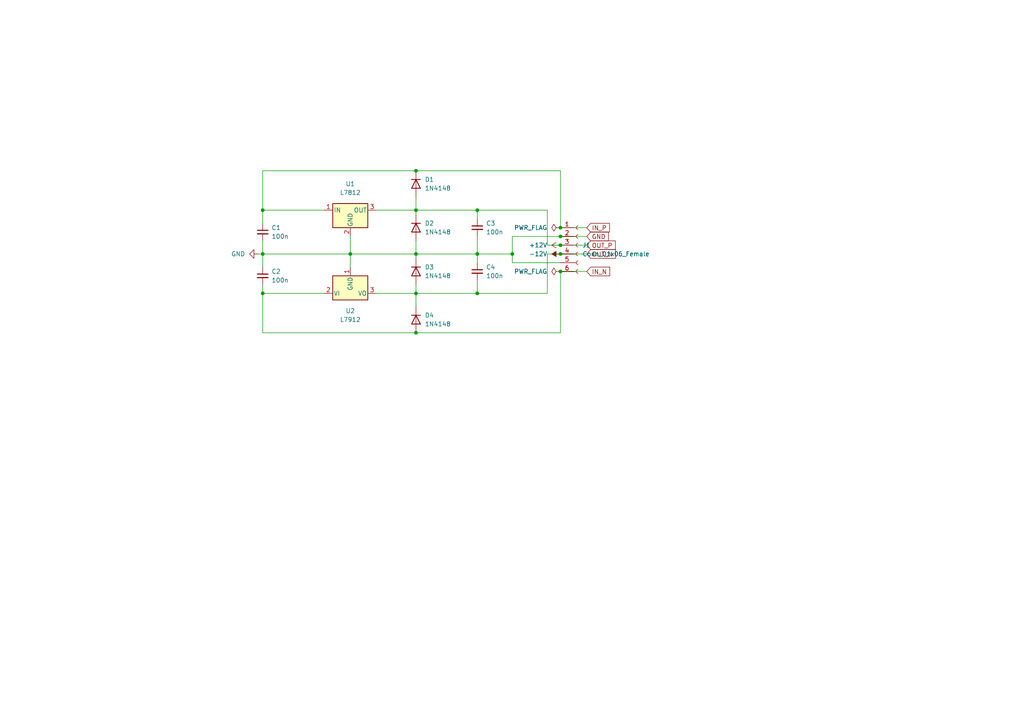
<source format=kicad_sch>
(kicad_sch (version 20211123) (generator eeschema)
  (paper "A4")
  (lib_symbols
    (symbol "Connector:Conn_01x06_Female" (pin_names (offset 1.016) hide)
      (property "Reference" "J" (at 0 7.62 0))
      (property "Value" "Conn_01x06_Female" (at 0 -10.16 0))
      (symbol "Conn_01x06_Female_1_1"
        (arc (start 0 -7.112) (mid -0.508 -7.62) (end 0 -8.128) (stroke (width 0.1524)))
        (arc (start 0 -4.572) (mid -0.508 -5.08) (end 0 -5.588) (stroke (width 0.1524)))
        (arc (start 0 -2.032) (mid -0.508 -2.54) (end 0 -3.048) (stroke (width 0.1524)))
        (polyline (pts (xy -1.27 -7.62) (xy -0.508 -7.62)) (stroke (width 0.1524)))
        (polyline (pts (xy -1.27 -5.08) (xy -0.508 -5.08)) (stroke (width 0.1524)))
        (polyline (pts (xy -1.27 -2.54) (xy -0.508 -2.54)) (stroke (width 0.1524)))
        (polyline (pts (xy -1.27 0) (xy -0.508 0)) (stroke (width 0.1524)))
        (polyline (pts (xy -1.27 2.54) (xy -0.508 2.54)) (stroke (width 0.1524)))
        (polyline (pts (xy -1.27 5.08) (xy -0.508 5.08)) (stroke (width 0.1524)))
        (arc (start 0 0.508) (mid -0.508 0) (end 0 -0.508) (stroke (width 0.1524)))
        (arc (start 0 3.048) (mid -0.508 2.54) (end 0 2.032) (stroke (width 0.1524)))
        (arc (start 0 5.588) (mid -0.508 5.08) (end 0 4.572) (stroke (width 0.1524)))
        (pin passive line (at -5.08 5.08 0) (length 3.81) (name "Pin_1") (number "1"))
        (pin passive line (at -5.08 2.54 0) (length 3.81) (name "Pin_2") (number "2"))
        (pin passive line (at -5.08 0 0) (length 3.81) (name "Pin_3") (number "3"))
        (pin passive line (at -5.08 -2.54 0) (length 3.81) (name "Pin_4") (number "4"))
        (pin passive line (at -5.08 -5.08 0) (length 3.81) (name "Pin_5") (number "5"))
        (pin passive line (at -5.08 -7.62 0) (length 3.81) (name "Pin_6") (number "6"))
      )
    )
    (symbol "Device:C_Small" (pin_numbers hide) (pin_names (offset 0.254) hide)
      (property "Reference" "C" (at 0.254 1.778 0))
      (property "Value" "C_Small" (at 0.254 -2.032 0))
      (symbol "C_Small_0_1"
        (polyline (pts (xy -1.524 -0.508) (xy 1.524 -0.508)) (stroke (width 0.3302)))
        (polyline (pts (xy -1.524 0.508) (xy 1.524 0.508)) (stroke (width 0.3048)))
      )
      (symbol "C_Small_1_1"
        (pin passive line (at 0 2.54 270) (length 2.032) (name "~") (number "1"))
        (pin passive line (at 0 -2.54 90) (length 2.032) (name "~") (number "2"))
      )
    )
    (symbol "Diode:1N4148" (pin_numbers hide) (pin_names (offset 1.016) hide)
      (property "Reference" "D" (at 0 2.54 0))
      (property "Value" "1N4148" (at 0 -2.54 0))
      (symbol "1N4148_0_1"
        (polyline (pts (xy -1.27 1.27) (xy -1.27 -1.27)) (stroke (width 0.254)))
        (polyline (pts (xy 1.27 0) (xy -1.27 0)))
        (polyline (pts (xy 1.27 1.27) (xy 1.27 -1.27) (xy -1.27 0) (xy 1.27 1.27)) (stroke (width 0.254)))
      )
      (symbol "1N4148_1_1"
        (pin passive line (at -3.81 0 0) (length 2.54) (name "K") (number "1"))
        (pin passive line (at 3.81 0 180) (length 2.54) (name "A") (number "2"))
      )
    )
    (symbol "Regulator_Linear:L7812" (pin_names (offset 0.254))
      (property "Reference" "U" (at -3.81 3.175 0))
      (property "Value" "L7812" (at 0 3.175 0))
      (symbol "L7812_0_1"
        (rectangle (start -5.08 1.905) (end 5.08 -5.08) (stroke (width 0.254)) (fill (type background)))
      )
      (symbol "L7812_1_1"
        (pin power_in line (at -7.62 0 0) (length 2.54) (name "IN") (number "1"))
        (pin power_in line (at 0 -7.62 90) (length 2.54) (name "GND") (number "2"))
        (pin power_out line (at 7.62 0 180) (length 2.54) (name "OUT") (number "3"))
      )
    )
    (symbol "Regulator_Linear:L7912" (pin_names (offset 0.254))
      (property "Reference" "U" (at -3.81 -3.175 0))
      (property "Value" "L7912" (at 0 -3.175 0))
      (symbol "L7912_0_1"
        (rectangle (start -5.08 5.08) (end 5.08 -1.905) (stroke (width 0.254)) (fill (type background)))
      )
      (symbol "L7912_1_1"
        (pin power_in line (at 0 7.62 270) (length 2.54) (name "GND") (number "1"))
        (pin power_in line (at -7.62 0 0) (length 2.54) (name "VI") (number "2"))
        (pin power_out line (at 7.62 0 180) (length 2.54) (name "VO") (number "3"))
      )
    )
    (symbol "power:+12V" (power) (pin_names (offset 0))
      (property "Value" "+12V" (at 0 3.556 0))
      (symbol "+12V_0_1"
        (polyline (pts (xy -0.762 1.27) (xy 0 2.54)))
        (polyline (pts (xy 0 0) (xy 0 2.54)))
        (polyline (pts (xy 0 2.54) (xy 0.762 1.27)))
      )
      (symbol "+12V_1_1"
        (pin power_in line (at 0 0 90) (length 0) hide (name "+12V") (number "1"))
      )
    )
    (symbol "power:-12V" (power) (pin_names (offset 0))
      (property "Value" "-12V" (at 0 3.81 0))
      (symbol "-12V_0_0"
        (pin power_in line (at 0 0 90) (length 0) hide (name "-12V") (number "1"))
      )
      (symbol "-12V_0_1"
        (polyline (pts (xy 0 0) (xy 0 1.27) (xy 0.762 1.27) (xy 0 2.54) (xy -0.762 1.27) (xy 0 1.27)) (fill (type outline)))
      )
    )
    (symbol "power:GND" (power) (pin_names (offset 0))
      (property "Value" "GND" (at 0 -3.81 0))
      (symbol "GND_0_1"
        (polyline (pts (xy 0 0) (xy 0 -1.27) (xy 1.27 -1.27) (xy 0 -2.54) (xy -1.27 -1.27) (xy 0 -1.27)))
      )
      (symbol "GND_1_1"
        (pin power_in line (at 0 0 270) (length 0) hide (name "GND") (number "1"))
      )
    )
    (symbol "power:PWR_FLAG" (power) (pin_numbers hide) (pin_names (offset 0) hide)
      (property "Value" "PWR_FLAG" (at 0 3.81 0))
      (symbol "PWR_FLAG_0_0"
        (pin power_out line (at 0 0 90) (length 0) (name "pwr") (number "1"))
      )
      (symbol "PWR_FLAG_0_1"
        (polyline (pts (xy 0 0) (xy 0 1.27) (xy -1.016 1.905) (xy 0 2.54) (xy 1.016 1.905) (xy 0 1.27)))
      )
    )
  )
  (junction (at 162.56 73.66))
  (junction (at 162.56 68.58))
  (junction (at 120.65 85.09))
  (junction (at 162.56 66.04))
  (junction (at 148.59 73.66))
  (junction (at 120.65 96.52))
  (junction (at 138.43 73.66))
  (junction (at 162.56 78.74))
  (junction (at 120.65 73.66))
  (junction (at 76.2 73.66))
  (junction (at 162.56 71.12))
  (junction (at 101.6 73.66))
  (junction (at 120.65 49.53))
  (junction (at 76.2 60.96))
  (junction (at 138.43 85.09))
  (junction (at 76.2 85.09))
  (junction (at 138.43 60.96))
  (junction (at 120.65 60.96))
  (wire (pts (xy 158.75 73.66) (xy 162.56 73.66)))
  (wire (pts (xy 109.22 60.96) (xy 120.65 60.96)))
  (wire (pts (xy 138.43 68.58) (xy 138.43 73.66)))
  (wire (pts (xy 138.43 81.28) (xy 138.43 85.09)))
  (wire (pts (xy 120.65 60.96) (xy 138.43 60.96)))
  (wire (pts (xy 76.2 96.52) (xy 120.65 96.52)))
  (wire (pts (xy 162.56 96.52) (xy 162.56 78.74)))
  (wire (pts (xy 162.56 49.53) (xy 162.56 66.04)))
  (wire (pts (xy 120.65 96.52) (xy 162.56 96.52)))
  (wire (pts (xy 101.6 73.66) (xy 120.65 73.66)))
  (wire (pts (xy 148.59 73.66) (xy 148.59 68.58)))
  (wire (pts (xy 76.2 60.96) (xy 76.2 49.53)))
  (wire (pts (xy 162.56 73.66) (xy 170.18 73.66)))
  (wire (pts (xy 162.56 71.12) (xy 170.18 71.12)))
  (wire (pts (xy 120.65 49.53) (xy 162.56 49.53)))
  (wire (pts (xy 120.65 73.66) (xy 120.65 74.93)))
  (wire (pts (xy 76.2 73.66) (xy 76.2 77.47)))
  (wire (pts (xy 148.59 68.58) (xy 162.56 68.58)))
  (wire (pts (xy 158.75 85.09) (xy 158.75 73.66)))
  (wire (pts (xy 120.65 73.66) (xy 138.43 73.66)))
  (wire (pts (xy 101.6 73.66) (xy 101.6 77.47)))
  (wire (pts (xy 138.43 85.09) (xy 158.75 85.09)))
  (wire (pts (xy 76.2 85.09) (xy 93.98 85.09)))
  (wire (pts (xy 120.65 82.55) (xy 120.65 85.09)))
  (wire (pts (xy 162.56 78.74) (xy 170.18 78.74)))
  (wire (pts (xy 120.65 69.85) (xy 120.65 73.66)))
  (wire (pts (xy 120.65 57.15) (xy 120.65 60.96)))
  (wire (pts (xy 158.75 60.96) (xy 158.75 71.12)))
  (wire (pts (xy 120.65 85.09) (xy 138.43 85.09)))
  (wire (pts (xy 120.65 60.96) (xy 120.65 62.23)))
  (wire (pts (xy 76.2 49.53) (xy 120.65 49.53)))
  (wire (pts (xy 162.56 66.04) (xy 170.18 66.04)))
  (wire (pts (xy 138.43 60.96) (xy 158.75 60.96)))
  (wire (pts (xy 138.43 60.96) (xy 138.43 63.5)))
  (wire (pts (xy 158.75 71.12) (xy 162.56 71.12)))
  (wire (pts (xy 138.43 73.66) (xy 138.43 76.2)))
  (wire (pts (xy 101.6 68.58) (xy 101.6 73.66)))
  (wire (pts (xy 76.2 82.55) (xy 76.2 85.09)))
  (wire (pts (xy 109.22 85.09) (xy 120.65 85.09)))
  (wire (pts (xy 148.59 76.2) (xy 162.56 76.2)))
  (wire (pts (xy 76.2 73.66) (xy 101.6 73.66)))
  (wire (pts (xy 138.43 73.66) (xy 148.59 73.66)))
  (wire (pts (xy 148.59 73.66) (xy 148.59 76.2)))
  (wire (pts (xy 74.93 73.66) (xy 76.2 73.66)))
  (wire (pts (xy 162.56 68.58) (xy 170.18 68.58)))
  (wire (pts (xy 93.98 60.96) (xy 76.2 60.96)))
  (wire (pts (xy 76.2 60.96) (xy 76.2 64.77)))
  (wire (pts (xy 76.2 85.09) (xy 76.2 96.52)))
  (wire (pts (xy 76.2 69.85) (xy 76.2 73.66)))
  (wire (pts (xy 120.65 85.09) (xy 120.65 88.9)))
  (global_label "GND" (shape input) (at 170.18 68.58 0) (property "Intersheet References" "${INTERSHEET_REFS}" (effects hide)))
  (global_label "IN_N" (shape input) (at 170.18 78.74 0) (property "Intersheet References" "${INTERSHEET_REFS}" (effects hide)))
  (global_label "OUT_P" (shape input) (at 170.18 71.12 0) (property "Intersheet References" "${INTERSHEET_REFS}" (effects hide)))
  (global_label "IN_P" (shape input) (at 170.18 66.04 0) (property "Intersheet References" "${INTERSHEET_REFS}" (effects hide)))
  (global_label "OUT_N" (shape input) (at 170.18 73.66 0) (property "Intersheet References" "${INTERSHEET_REFS}" (effects hide)))
  (symbol (lib_id "Diode:1N4148") (at 120.65 66.04 270) (unit 1)
    (property "Reference" "D2" (at 123.19 64.7699 90) (effects (justify left)))
    (property "Value" "1N4148" (at 123.19 67.3099 90) (effects (justify left)))
    (property "Footprint" "Diode_THT:D_DO-35_SOD27_P7.62mm_Horizontal" (effects hide))
    (property "Datasheet" "https://assets.nexperia.com/documents/data-sheet/1N4148_1N4448.pdf" (effects hide))
  )
  (symbol (lib_id "power:GND") (at 74.93 73.66 270) (unit 1)
    (property "Reference" "#PWR0101" (effects hide))
    (property "Value" "GND" (at 71.12 73.6599 90) (effects (justify right)))
  )
  (symbol (lib_id "Device:C_Small") (at 76.2 80.01 0) (unit 1)
    (property "Reference" "C2" (at 78.74 78.7462 0) (effects (justify left)))
    (property "Value" "100n" (at 78.74 81.2862 0) (effects (justify left)))
    (property "Footprint" "Capacitor_THT:CP_Radial_Tantal_D5.0mm_P2.50mm" (effects hide))
    (property "Datasheet" "https://www.vishay.com/doc?45250" (effects hide))
  )
  (symbol (lib_id "Device:C_Small") (at 138.43 78.74 0) (unit 1)
    (property "Reference" "C4" (at 140.97 77.4762 0) (effects (justify left)))
    (property "Value" "100n" (at 140.97 80.0162 0) (effects (justify left)))
    (property "Footprint" "Capacitor_THT:CP_Radial_Tantal_D5.0mm_P2.50mm" (effects hide))
    (property "Datasheet" "https://www.vishay.com/doc?45250" (effects hide))
  )
  (symbol (lib_id "Diode:1N4148") (at 120.65 53.34 270) (unit 1)
    (property "Reference" "D1" (at 123.19 52.0699 90) (effects (justify left)))
    (property "Value" "1N4148" (at 123.19 54.6099 90) (effects (justify left)))
    (property "Footprint" "Diode_THT:D_DO-35_SOD27_P7.62mm_Horizontal" (effects hide))
    (property "Datasheet" "https://assets.nexperia.com/documents/data-sheet/1N4148_1N4448.pdf" (effects hide))
  )
  (symbol (lib_id "Device:C_Small") (at 76.2 67.31 0) (unit 1)
    (property "Reference" "C1" (at 78.74 66.0462 0) (effects (justify left)))
    (property "Value" "100n" (at 78.74 68.5862 0) (effects (justify left)))
    (property "Footprint" "Capacitor_THT:CP_Radial_Tantal_D5.0mm_P2.50mm" (effects hide))
    (property "Datasheet" "https://www.vishay.com/doc?45250" (effects hide))
  )
  (symbol (lib_id "power:+12V") (at 162.56 71.12 90) (unit 1)
    (property "Reference" "#PWR0103" (effects hide))
    (property "Value" "+12V" (at 158.75 71.1199 90) (effects (justify left)))
  )
  (symbol (lib_id "power:PWR_FLAG") (at 162.56 66.04 90) (unit 1)
    (property "Reference" "#FLG0101" (effects hide))
    (property "Value" "PWR_FLAG" (at 158.75 66.0399 90) (effects (justify left)))
  )
  (symbol (lib_id "Regulator_Linear:L7912") (at 101.6 85.09 0) (unit 1)
    (property "Reference" "U2" (at 101.6 90.17 0))
    (property "Value" "L7912" (at 101.6 92.71 0))
    (property "Footprint" "Package_TO_SOT_THT:TO-220-3_Vertical" (effects hide))
    (property "Datasheet" "http://www.st.com/content/ccc/resource/technical/document/datasheet/c9/16/86/41/c7/2b/45/f2/CD00000450.pdf/files/CD00000450.pdf/jcr:content/translations/en.CD00000450.pdf" (effects hide))
  )
  (symbol (lib_id "Regulator_Linear:L7812") (at 101.6 60.96 0) (unit 1)
    (property "Reference" "U1" (at 101.6 53.34 0))
    (property "Value" "L7812" (at 101.6 55.88 0))
    (property "Footprint" "Package_TO_SOT_THT:TO-220-3_Vertical" (effects hide))
    (property "Datasheet" "http://www.st.com/content/ccc/resource/technical/document/datasheet/41/4f/b3/b0/12/d4/47/88/CD00000444.pdf/files/CD00000444.pdf/jcr:content/translations/en.CD00000444.pdf" (effects hide))
  )
  (symbol (lib_id "power:PWR_FLAG") (at 162.56 78.74 90) (unit 1)
    (property "Reference" "#FLG0102" (effects hide))
    (property "Value" "PWR_FLAG" (at 158.75 78.7399 90) (effects (justify left)))
  )
  (symbol (lib_id "Device:C_Small") (at 138.43 66.04 0) (unit 1)
    (property "Reference" "C3" (at 140.97 64.7762 0) (effects (justify left)))
    (property "Value" "100n" (at 140.97 67.3162 0) (effects (justify left)))
    (property "Footprint" "Capacitor_THT:CP_Radial_Tantal_D5.0mm_P2.50mm" (effects hide))
    (property "Datasheet" "https://www.vishay.com/doc?45250" (effects hide))
  )
  (symbol (lib_id "Connector:Conn_01x06_Female") (at 167.64 71.12 0) (unit 1)
    (property "Reference" "J1" (at 168.91 71.1199 0) (effects (justify left)))
    (property "Value" "Conn_01x06_Female" (at 168.91 73.6599 0) (effects (justify left)))
    (property "Footprint" "Connector_PinHeader_2.54mm:PinHeader_1x06_P2.54mm_Vertical" (effects hide))
  )
  (symbol (lib_id "Diode:1N4148") (at 120.65 78.74 270) (unit 1)
    (property "Reference" "D3" (at 123.19 77.4699 90) (effects (justify left)))
    (property "Value" "1N4148" (at 123.19 80.0099 90) (effects (justify left)))
    (property "Footprint" "Diode_THT:D_DO-35_SOD27_P7.62mm_Horizontal" (effects hide))
    (property "Datasheet" "https://assets.nexperia.com/documents/data-sheet/1N4148_1N4448.pdf" (effects hide))
  )
  (symbol (lib_id "Diode:1N4148") (at 120.65 92.71 270) (unit 1)
    (property "Reference" "D4" (at 123.19 91.4399 90) (effects (justify left)))
    (property "Value" "1N4148" (at 123.19 93.9799 90) (effects (justify left)))
    (property "Footprint" "Diode_THT:D_DO-35_SOD27_P7.62mm_Horizontal" (effects hide))
    (property "Datasheet" "https://assets.nexperia.com/documents/data-sheet/1N4148_1N4448.pdf" (effects hide))
  )
  (symbol (lib_id "power:-12V") (at 162.56 73.66 90) (unit 1)
    (property "Reference" "#PWR0102" (effects hide))
    (property "Value" "-12V" (at 158.75 73.6599 90) (effects (justify left)))
  )
)
</source>
